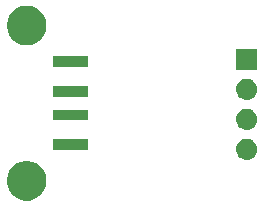
<source format=gbr>
G04 #@! TF.GenerationSoftware,KiCad,Pcbnew,5.0.2-bee76a0~70~ubuntu18.04.1*
G04 #@! TF.CreationDate,2019-01-01T14:20:38-08:00*
G04 #@! TF.ProjectId,USB_TypeA_Breakout_V1,5553425f-5479-4706-9541-5f427265616b,rev?*
G04 #@! TF.SameCoordinates,Original*
G04 #@! TF.FileFunction,Soldermask,Top*
G04 #@! TF.FilePolarity,Negative*
%FSLAX46Y46*%
G04 Gerber Fmt 4.6, Leading zero omitted, Abs format (unit mm)*
G04 Created by KiCad (PCBNEW 5.0.2-bee76a0~70~ubuntu18.04.1) date Tue 01 Jan 2019 02:20:38 PM PST*
%MOMM*%
%LPD*%
G01*
G04 APERTURE LIST*
%ADD10C,0.100000*%
G04 APERTURE END LIST*
D10*
G36*
X118317871Y-89255808D02*
X118622883Y-89382148D01*
X118895538Y-89564330D01*
X118897390Y-89565568D01*
X119130832Y-89799010D01*
X119130834Y-89799013D01*
X119314252Y-90073517D01*
X119440592Y-90378529D01*
X119505000Y-90702328D01*
X119505000Y-91032472D01*
X119440592Y-91356271D01*
X119314252Y-91661283D01*
X119132070Y-91933938D01*
X119130832Y-91935790D01*
X118897390Y-92169232D01*
X118897387Y-92169234D01*
X118622883Y-92352652D01*
X118317871Y-92478992D01*
X117994072Y-92543400D01*
X117663928Y-92543400D01*
X117340129Y-92478992D01*
X117035117Y-92352652D01*
X116760613Y-92169234D01*
X116760610Y-92169232D01*
X116527168Y-91935790D01*
X116525930Y-91933938D01*
X116343748Y-91661283D01*
X116217408Y-91356271D01*
X116153000Y-91032472D01*
X116153000Y-90702328D01*
X116217408Y-90378529D01*
X116343748Y-90073517D01*
X116527166Y-89799013D01*
X116527168Y-89799010D01*
X116760610Y-89565568D01*
X116762462Y-89564330D01*
X117035117Y-89382148D01*
X117340129Y-89255808D01*
X117663928Y-89191400D01*
X117994072Y-89191400D01*
X118317871Y-89255808D01*
X118317871Y-89255808D01*
G37*
G36*
X136559243Y-87319719D02*
X136625427Y-87326237D01*
X136738653Y-87360584D01*
X136795267Y-87377757D01*
X136933887Y-87451852D01*
X136951791Y-87461422D01*
X136987529Y-87490752D01*
X137088986Y-87574014D01*
X137172248Y-87675471D01*
X137201578Y-87711209D01*
X137201579Y-87711211D01*
X137285243Y-87867733D01*
X137285243Y-87867734D01*
X137336763Y-88037573D01*
X137354159Y-88214200D01*
X137336763Y-88390827D01*
X137302416Y-88504053D01*
X137285243Y-88560667D01*
X137211148Y-88699287D01*
X137201578Y-88717191D01*
X137172248Y-88752929D01*
X137088986Y-88854386D01*
X136987529Y-88937648D01*
X136951791Y-88966978D01*
X136951789Y-88966979D01*
X136795267Y-89050643D01*
X136738653Y-89067816D01*
X136625427Y-89102163D01*
X136559243Y-89108681D01*
X136493060Y-89115200D01*
X136404540Y-89115200D01*
X136338357Y-89108681D01*
X136272173Y-89102163D01*
X136158947Y-89067816D01*
X136102333Y-89050643D01*
X135945811Y-88966979D01*
X135945809Y-88966978D01*
X135910071Y-88937648D01*
X135808614Y-88854386D01*
X135725352Y-88752929D01*
X135696022Y-88717191D01*
X135686452Y-88699287D01*
X135612357Y-88560667D01*
X135595184Y-88504053D01*
X135560837Y-88390827D01*
X135543441Y-88214200D01*
X135560837Y-88037573D01*
X135612357Y-87867734D01*
X135612357Y-87867733D01*
X135696021Y-87711211D01*
X135696022Y-87711209D01*
X135725352Y-87675471D01*
X135808614Y-87574014D01*
X135910071Y-87490752D01*
X135945809Y-87461422D01*
X135963713Y-87451852D01*
X136102333Y-87377757D01*
X136158947Y-87360584D01*
X136272173Y-87326237D01*
X136338357Y-87319719D01*
X136404540Y-87313200D01*
X136493060Y-87313200D01*
X136559243Y-87319719D01*
X136559243Y-87319719D01*
G37*
G36*
X123000000Y-88248400D02*
X120078000Y-88248400D01*
X120078000Y-87346400D01*
X123000000Y-87346400D01*
X123000000Y-88248400D01*
X123000000Y-88248400D01*
G37*
G36*
X136559243Y-84779719D02*
X136625427Y-84786237D01*
X136738653Y-84820584D01*
X136795267Y-84837757D01*
X136933887Y-84911852D01*
X136951791Y-84921422D01*
X136987529Y-84950752D01*
X137088986Y-85034014D01*
X137172248Y-85135471D01*
X137201578Y-85171209D01*
X137201579Y-85171211D01*
X137285243Y-85327733D01*
X137285243Y-85327734D01*
X137336763Y-85497573D01*
X137354159Y-85674200D01*
X137336763Y-85850827D01*
X137302416Y-85964053D01*
X137285243Y-86020667D01*
X137211148Y-86159287D01*
X137201578Y-86177191D01*
X137172248Y-86212929D01*
X137088986Y-86314386D01*
X136987529Y-86397648D01*
X136951791Y-86426978D01*
X136951789Y-86426979D01*
X136795267Y-86510643D01*
X136738653Y-86527816D01*
X136625427Y-86562163D01*
X136559242Y-86568682D01*
X136493060Y-86575200D01*
X136404540Y-86575200D01*
X136338358Y-86568682D01*
X136272173Y-86562163D01*
X136158947Y-86527816D01*
X136102333Y-86510643D01*
X135945811Y-86426979D01*
X135945809Y-86426978D01*
X135910071Y-86397648D01*
X135808614Y-86314386D01*
X135725352Y-86212929D01*
X135696022Y-86177191D01*
X135686452Y-86159287D01*
X135612357Y-86020667D01*
X135595184Y-85964053D01*
X135560837Y-85850827D01*
X135543441Y-85674200D01*
X135560837Y-85497573D01*
X135612357Y-85327734D01*
X135612357Y-85327733D01*
X135696021Y-85171211D01*
X135696022Y-85171209D01*
X135725352Y-85135471D01*
X135808614Y-85034014D01*
X135910071Y-84950752D01*
X135945809Y-84921422D01*
X135963713Y-84911852D01*
X136102333Y-84837757D01*
X136158947Y-84820584D01*
X136272173Y-84786237D01*
X136338357Y-84779719D01*
X136404540Y-84773200D01*
X136493060Y-84773200D01*
X136559243Y-84779719D01*
X136559243Y-84779719D01*
G37*
G36*
X123000000Y-85748400D02*
X120078000Y-85748400D01*
X120078000Y-84846400D01*
X123000000Y-84846400D01*
X123000000Y-85748400D01*
X123000000Y-85748400D01*
G37*
G36*
X136559242Y-82239718D02*
X136625427Y-82246237D01*
X136738653Y-82280584D01*
X136795267Y-82297757D01*
X136933887Y-82371852D01*
X136951791Y-82381422D01*
X136987529Y-82410752D01*
X137088986Y-82494014D01*
X137172248Y-82595471D01*
X137201578Y-82631209D01*
X137201579Y-82631211D01*
X137285243Y-82787733D01*
X137285243Y-82787734D01*
X137336763Y-82957573D01*
X137354159Y-83134200D01*
X137336763Y-83310827D01*
X137302416Y-83424053D01*
X137285243Y-83480667D01*
X137211148Y-83619287D01*
X137201578Y-83637191D01*
X137172248Y-83672929D01*
X137088986Y-83774386D01*
X136987529Y-83857648D01*
X136951791Y-83886978D01*
X136951789Y-83886979D01*
X136795267Y-83970643D01*
X136738653Y-83987816D01*
X136625427Y-84022163D01*
X136559243Y-84028681D01*
X136493060Y-84035200D01*
X136404540Y-84035200D01*
X136338357Y-84028681D01*
X136272173Y-84022163D01*
X136158947Y-83987816D01*
X136102333Y-83970643D01*
X135945811Y-83886979D01*
X135945809Y-83886978D01*
X135910071Y-83857648D01*
X135808614Y-83774386D01*
X135725352Y-83672929D01*
X135696022Y-83637191D01*
X135686452Y-83619287D01*
X135612357Y-83480667D01*
X135595184Y-83424053D01*
X135560837Y-83310827D01*
X135543441Y-83134200D01*
X135560837Y-82957573D01*
X135612357Y-82787734D01*
X135612357Y-82787733D01*
X135696021Y-82631211D01*
X135696022Y-82631209D01*
X135725352Y-82595471D01*
X135808614Y-82494014D01*
X135910071Y-82410752D01*
X135945809Y-82381422D01*
X135963713Y-82371852D01*
X136102333Y-82297757D01*
X136158947Y-82280584D01*
X136272173Y-82246237D01*
X136338358Y-82239718D01*
X136404540Y-82233200D01*
X136493060Y-82233200D01*
X136559242Y-82239718D01*
X136559242Y-82239718D01*
G37*
G36*
X123000000Y-83748400D02*
X120078000Y-83748400D01*
X120078000Y-82846400D01*
X123000000Y-82846400D01*
X123000000Y-83748400D01*
X123000000Y-83748400D01*
G37*
G36*
X137349800Y-81495200D02*
X135547800Y-81495200D01*
X135547800Y-79693200D01*
X137349800Y-79693200D01*
X137349800Y-81495200D01*
X137349800Y-81495200D01*
G37*
G36*
X123000000Y-81248400D02*
X120078000Y-81248400D01*
X120078000Y-80346400D01*
X123000000Y-80346400D01*
X123000000Y-81248400D01*
X123000000Y-81248400D01*
G37*
G36*
X118317871Y-76115808D02*
X118622883Y-76242148D01*
X118895538Y-76424330D01*
X118897390Y-76425568D01*
X119130832Y-76659010D01*
X119130834Y-76659013D01*
X119314252Y-76933517D01*
X119440592Y-77238529D01*
X119505000Y-77562328D01*
X119505000Y-77892472D01*
X119440592Y-78216271D01*
X119314252Y-78521283D01*
X119132070Y-78793938D01*
X119130832Y-78795790D01*
X118897390Y-79029232D01*
X118897387Y-79029234D01*
X118622883Y-79212652D01*
X118317871Y-79338992D01*
X117994072Y-79403400D01*
X117663928Y-79403400D01*
X117340129Y-79338992D01*
X117035117Y-79212652D01*
X116760613Y-79029234D01*
X116760610Y-79029232D01*
X116527168Y-78795790D01*
X116525930Y-78793938D01*
X116343748Y-78521283D01*
X116217408Y-78216271D01*
X116153000Y-77892472D01*
X116153000Y-77562328D01*
X116217408Y-77238529D01*
X116343748Y-76933517D01*
X116527166Y-76659013D01*
X116527168Y-76659010D01*
X116760610Y-76425568D01*
X116762462Y-76424330D01*
X117035117Y-76242148D01*
X117340129Y-76115808D01*
X117663928Y-76051400D01*
X117994072Y-76051400D01*
X118317871Y-76115808D01*
X118317871Y-76115808D01*
G37*
M02*

</source>
